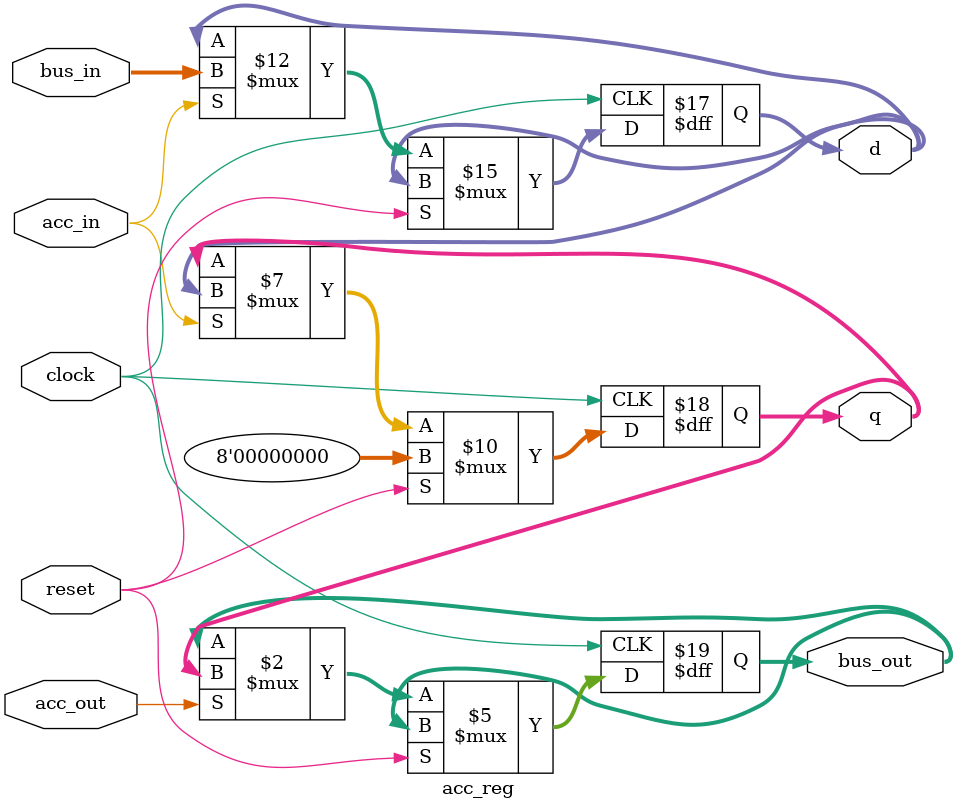
<source format=v>
module acc_reg (
	input clock,
	input reset, 
	input acc_in,
	input acc_out,
	output reg[7:0] d,
	output reg[7:0] q,
	input[7:0] bus_in,
	output reg[7:0] bus_out);
	
	
	always @(posedge clock) begin
		if(reset) 
			q <= 0;
		else begin
			if(acc_in) begin 
				d <= bus_in;
				q <= d; end
			
			if(acc_out) bus_out <= q;
		end
	end
		
endmodule

</source>
